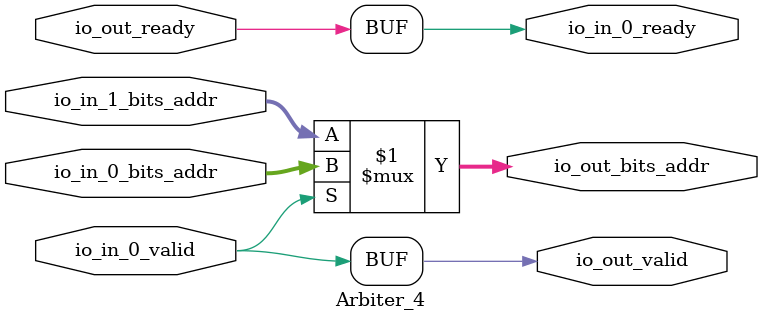
<source format=sv>
`ifndef RANDOMIZE
  `ifdef RANDOMIZE_REG_INIT
    `define RANDOMIZE
  `endif // RANDOMIZE_REG_INIT
`endif // not def RANDOMIZE
`ifndef RANDOMIZE
  `ifdef RANDOMIZE_MEM_INIT
    `define RANDOMIZE
  `endif // RANDOMIZE_MEM_INIT
`endif // not def RANDOMIZE

`ifndef RANDOM
  `define RANDOM $random
`endif // not def RANDOM

// Users can define 'PRINTF_COND' to add an extra gate to prints.
`ifndef PRINTF_COND_
  `ifdef PRINTF_COND
    `define PRINTF_COND_ (`PRINTF_COND)
  `else  // PRINTF_COND
    `define PRINTF_COND_ 1
  `endif // PRINTF_COND
`endif // not def PRINTF_COND_

// Users can define 'ASSERT_VERBOSE_COND' to add an extra gate to assert error printing.
`ifndef ASSERT_VERBOSE_COND_
  `ifdef ASSERT_VERBOSE_COND
    `define ASSERT_VERBOSE_COND_ (`ASSERT_VERBOSE_COND)
  `else  // ASSERT_VERBOSE_COND
    `define ASSERT_VERBOSE_COND_ 1
  `endif // ASSERT_VERBOSE_COND
`endif // not def ASSERT_VERBOSE_COND_

// Users can define 'STOP_COND' to add an extra gate to stop conditions.
`ifndef STOP_COND_
  `ifdef STOP_COND
    `define STOP_COND_ (`STOP_COND)
  `else  // STOP_COND
    `define STOP_COND_ 1
  `endif // STOP_COND
`endif // not def STOP_COND_

// Users can define INIT_RANDOM as general code that gets injected into the
// initializer block for modules with registers.
`ifndef INIT_RANDOM
  `define INIT_RANDOM
`endif // not def INIT_RANDOM

// If using random initialization, you can also define RANDOMIZE_DELAY to
// customize the delay used, otherwise 0.002 is used.
`ifndef RANDOMIZE_DELAY
  `define RANDOMIZE_DELAY 0.002
`endif // not def RANDOMIZE_DELAY

// Define INIT_RANDOM_PROLOG_ for use in our modules below.
`ifndef INIT_RANDOM_PROLOG_
  `ifdef RANDOMIZE
    `ifdef VERILATOR
      `define INIT_RANDOM_PROLOG_ `INIT_RANDOM
    `else  // VERILATOR
      `define INIT_RANDOM_PROLOG_ `INIT_RANDOM #`RANDOMIZE_DELAY begin end
    `endif // VERILATOR
  `else  // RANDOMIZE
    `define INIT_RANDOM_PROLOG_
  `endif // RANDOMIZE
`endif // not def INIT_RANDOM_PROLOG_

module Arbiter_4(
  input         io_in_0_valid,
  input  [11:0] io_in_0_bits_addr,
                io_in_1_bits_addr,
  input         io_out_ready,
  output        io_in_0_ready,
                io_out_valid,
  output [11:0] io_out_bits_addr
);

  assign io_in_0_ready = io_out_ready;
  assign io_out_valid = io_in_0_valid;
  assign io_out_bits_addr = io_in_0_valid ? io_in_0_bits_addr : io_in_1_bits_addr;	// @[Arbiter.scala:136:15, :138:26, :140:19]
endmodule


</source>
